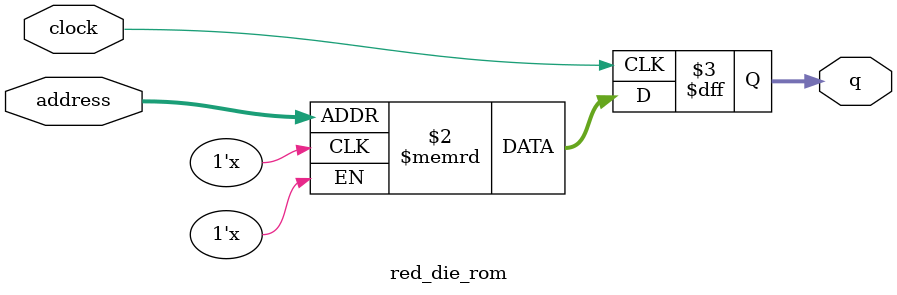
<source format=sv>
module red_die_rom (
	input logic clock,
	input logic [14:0] address,
	output logic [3:0] q
);

logic [3:0] memory [0:25599] /* synthesis ram_init_file = "./red_die/red_die.mif" */;

always_ff @ (posedge clock) begin
	q <= memory[address];
end

endmodule

</source>
